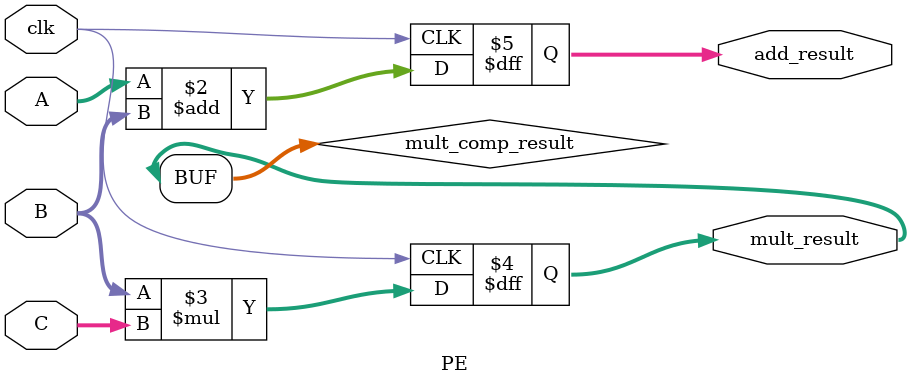
<source format=v>
module PE (clk, A, B, C, mult_result, add_result);

parameter PRECISION = 32;

input clk;
input [PRECISION-1:0] A, B, C;
output [PRECISION-1:0] mult_result, add_result;

reg [PRECISION-1:0] out;
wire [PRECISION-1:0] mult_comp_result;

	always @ (posedge clk)
	begin
		add_result <= A+B;
		mult_result <= B*C;
	end
	
	assign mult_result = mult_comp_result;

endmodule

</source>
